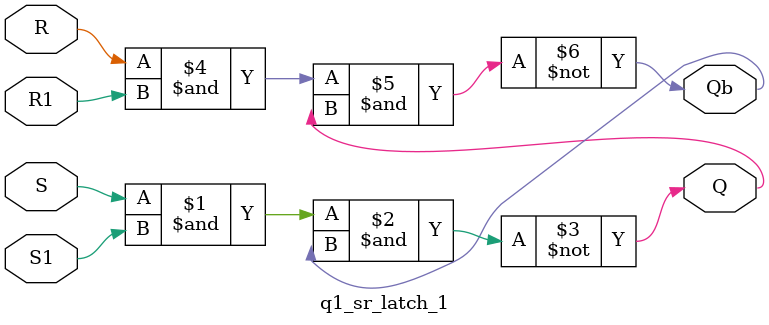
<source format=sv>
`timescale 1ns/1ns
module q1_sr_latch_1 #(parameter q_inputs_cnt = 2, qb_inputs_cnt=2) (input S, R, S1,R1, output Q, Qb);
    nand #(q_inputs_cnt*4) n0(Q,S,S1,Qb);
    nand #(qb_inputs_cnt*4) n1(Qb,R,R1,Q);
endmodule

</source>
